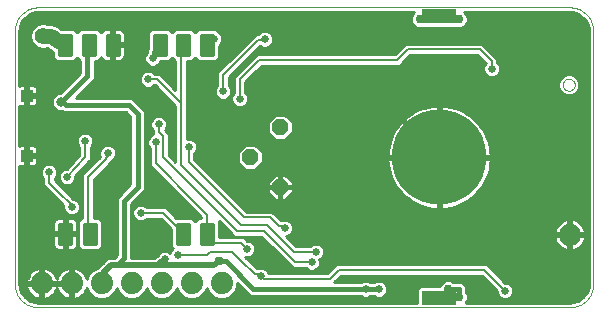
<source format=gbl>
G75*
%MOIN*%
%OFA0B0*%
%FSLAX24Y24*%
%IPPOS*%
%LPD*%
%AMOC8*
5,1,8,0,0,1.08239X$1,22.5*
%
%ADD10C,0.0010*%
%ADD11OC8,0.0520*%
%ADD12C,0.0560*%
%ADD13C,0.0000*%
%ADD14C,0.0740*%
%ADD15C,0.3150*%
%ADD16R,0.1181X0.0500*%
%ADD17R,0.0394X0.0394*%
%ADD18C,0.0100*%
%ADD19C,0.0317*%
%ADD20C,0.0310*%
%ADD21C,0.0250*%
%ADD22C,0.0200*%
%ADD23C,0.0160*%
%ADD24C,0.0180*%
%ADD25C,0.0080*%
%ADD26C,0.0270*%
%ADD27C,0.0280*%
%ADD28C,0.0500*%
%ADD29C,0.0300*%
D10*
X000937Y002139D02*
X013750Y002139D01*
X014950Y002139D01*
X018654Y002139D01*
X018708Y002141D01*
X018761Y002146D01*
X018814Y002155D01*
X018866Y002168D01*
X018918Y002184D01*
X018968Y002204D01*
X019016Y002227D01*
X019063Y002254D01*
X019108Y002283D01*
X019151Y002316D01*
X019191Y002351D01*
X019229Y002389D01*
X019264Y002429D01*
X019297Y002472D01*
X019326Y002517D01*
X019353Y002564D01*
X019376Y002612D01*
X019396Y002662D01*
X019412Y002714D01*
X019425Y002766D01*
X019434Y002819D01*
X019439Y002872D01*
X019441Y002926D01*
X019441Y011352D01*
X019439Y011406D01*
X019434Y011459D01*
X019425Y011512D01*
X019412Y011564D01*
X019396Y011616D01*
X019376Y011666D01*
X019353Y011714D01*
X019326Y011761D01*
X019297Y011806D01*
X019264Y011849D01*
X019229Y011889D01*
X019191Y011927D01*
X019151Y011962D01*
X019108Y011995D01*
X019063Y012024D01*
X019016Y012051D01*
X018968Y012074D01*
X018918Y012094D01*
X018866Y012110D01*
X018814Y012123D01*
X018761Y012132D01*
X018708Y012137D01*
X018654Y012139D01*
X014900Y012139D01*
X013700Y012139D01*
X000937Y012139D01*
X000883Y012137D01*
X000830Y012132D01*
X000777Y012123D01*
X000725Y012110D01*
X000673Y012094D01*
X000623Y012074D01*
X000575Y012051D01*
X000528Y012024D01*
X000483Y011995D01*
X000440Y011962D01*
X000400Y011927D01*
X000362Y011889D01*
X000327Y011849D01*
X000294Y011806D01*
X000265Y011761D01*
X000238Y011714D01*
X000215Y011666D01*
X000195Y011616D01*
X000179Y011564D01*
X000166Y011512D01*
X000157Y011459D01*
X000152Y011406D01*
X000150Y011352D01*
X000150Y002926D01*
X000152Y002872D01*
X000157Y002819D01*
X000166Y002766D01*
X000179Y002714D01*
X000195Y002662D01*
X000215Y002612D01*
X000238Y002564D01*
X000265Y002517D01*
X000294Y002472D01*
X000327Y002429D01*
X000362Y002389D01*
X000400Y002351D01*
X000440Y002316D01*
X000483Y002283D01*
X000528Y002254D01*
X000575Y002227D01*
X000623Y002204D01*
X000673Y002184D01*
X000725Y002168D01*
X000777Y002155D01*
X000830Y002146D01*
X000883Y002141D01*
X000937Y002139D01*
D11*
X009008Y006139D03*
X008008Y007139D03*
X009008Y008139D03*
D12*
X001100Y011189D03*
D13*
X018420Y009560D02*
X018422Y009588D01*
X018428Y009615D01*
X018437Y009641D01*
X018450Y009666D01*
X018467Y009689D01*
X018486Y009709D01*
X018508Y009726D01*
X018532Y009740D01*
X018558Y009750D01*
X018585Y009757D01*
X018613Y009760D01*
X018641Y009759D01*
X018668Y009754D01*
X018695Y009745D01*
X018720Y009733D01*
X018743Y009718D01*
X018764Y009699D01*
X018782Y009678D01*
X018797Y009654D01*
X018808Y009628D01*
X018816Y009602D01*
X018820Y009574D01*
X018820Y009546D01*
X018816Y009518D01*
X018808Y009492D01*
X018797Y009466D01*
X018782Y009442D01*
X018764Y009421D01*
X018743Y009402D01*
X018720Y009387D01*
X018695Y009375D01*
X018668Y009366D01*
X018641Y009361D01*
X018613Y009360D01*
X018585Y009363D01*
X018558Y009370D01*
X018532Y009380D01*
X018508Y009394D01*
X018486Y009411D01*
X018467Y009431D01*
X018450Y009454D01*
X018437Y009479D01*
X018428Y009505D01*
X018422Y009532D01*
X018420Y009560D01*
D14*
X018654Y004560D03*
X007050Y002939D03*
X006050Y002939D03*
X005050Y002939D03*
X004050Y002939D03*
X003050Y002939D03*
X002050Y002939D03*
X001050Y002939D03*
D15*
X014300Y007139D03*
D16*
X014300Y011839D03*
X014300Y002439D03*
D17*
X000560Y007189D03*
X000560Y009189D03*
D18*
X000608Y009231D02*
X001506Y009231D01*
X001525Y009251D02*
X001439Y009164D01*
X001392Y009050D01*
X001392Y008928D01*
X001439Y008814D01*
X001525Y008728D01*
X001639Y008681D01*
X001726Y008681D01*
X001802Y008649D01*
X003851Y008649D01*
X004010Y008490D01*
X004010Y006238D01*
X003664Y005893D01*
X003597Y005825D01*
X003560Y005737D01*
X003560Y003888D01*
X003461Y003789D01*
X003300Y003789D01*
X003208Y003751D01*
X003138Y003681D01*
X003138Y003681D01*
X003113Y003656D01*
X003088Y003631D01*
X002936Y003478D01*
X002910Y003459D01*
X002901Y003444D01*
X002895Y003438D01*
X002755Y003380D01*
X002609Y003234D01*
X002549Y003087D01*
X002532Y003139D01*
X002495Y003212D01*
X002447Y003278D01*
X002389Y003336D01*
X002323Y003384D01*
X002250Y003421D01*
X002172Y003446D01*
X002100Y003458D01*
X002100Y002989D01*
X002000Y002989D01*
X002000Y002889D01*
X002100Y002889D01*
X002100Y002421D01*
X002172Y002432D01*
X002250Y002457D01*
X002323Y002494D01*
X002389Y002542D01*
X002447Y002600D01*
X002495Y002667D01*
X002532Y002739D01*
X002549Y002791D01*
X002609Y002645D01*
X002755Y002498D01*
X002947Y002419D01*
X003153Y002419D01*
X003345Y002498D01*
X003491Y002645D01*
X003550Y002787D01*
X003609Y002645D01*
X003755Y002498D01*
X003947Y002419D01*
X004153Y002419D01*
X004345Y002498D01*
X004491Y002645D01*
X004550Y002787D01*
X004609Y002645D01*
X004755Y002498D01*
X004947Y002419D01*
X005153Y002419D01*
X005345Y002498D01*
X005491Y002645D01*
X005550Y002787D01*
X005609Y002645D01*
X005755Y002498D01*
X005947Y002419D01*
X006153Y002419D01*
X006345Y002498D01*
X006491Y002645D01*
X006550Y002787D01*
X006609Y002645D01*
X006755Y002498D01*
X006947Y002419D01*
X007153Y002419D01*
X007345Y002498D01*
X007491Y002645D01*
X007570Y002836D01*
X007570Y002964D01*
X007870Y002647D01*
X007870Y002644D01*
X007935Y002579D01*
X007999Y002512D01*
X008002Y002512D01*
X008005Y002509D01*
X008097Y002509D01*
X008189Y002507D01*
X008192Y002509D01*
X011691Y002509D01*
X011694Y002506D01*
X011795Y002464D01*
X011905Y002464D01*
X012006Y002506D01*
X012009Y002509D01*
X012141Y002509D01*
X012144Y002506D01*
X012245Y002464D01*
X012355Y002464D01*
X012456Y002506D01*
X012533Y002583D01*
X012575Y002684D01*
X012575Y002794D01*
X012533Y002895D01*
X012456Y002972D01*
X012355Y003014D01*
X012245Y003014D01*
X012144Y002972D01*
X012141Y002969D01*
X012009Y002969D01*
X012006Y002972D01*
X011905Y003014D01*
X011795Y003014D01*
X011694Y002972D01*
X011691Y002969D01*
X010799Y002969D01*
X010840Y003010D01*
X011029Y003199D01*
X015721Y003199D01*
X016225Y002695D01*
X016225Y002634D01*
X016267Y002533D01*
X015250Y002533D01*
X015250Y002549D02*
X015204Y002659D01*
X015180Y002683D01*
X015180Y002834D01*
X015045Y002969D01*
X014794Y002969D01*
X014770Y002993D01*
X014660Y003039D01*
X014540Y003039D01*
X014430Y002993D01*
X014346Y002909D01*
X014317Y002839D01*
X013647Y002839D01*
X013559Y002751D01*
X013559Y002294D01*
X000937Y002294D01*
X000838Y002302D01*
X000650Y002363D01*
X000490Y002479D01*
X000374Y002639D01*
X000313Y002828D01*
X000305Y002926D01*
X000305Y006853D01*
X000305Y006852D01*
X000343Y006842D01*
X000512Y006842D01*
X000512Y007141D01*
X000608Y007141D01*
X000608Y006842D01*
X000777Y006842D01*
X000815Y006852D01*
X000849Y006872D01*
X000877Y006900D01*
X000897Y006934D01*
X000907Y006972D01*
X000907Y007141D01*
X000608Y007141D01*
X000608Y007238D01*
X000512Y007238D01*
X000512Y007536D01*
X000343Y007536D01*
X000305Y007526D01*
X000305Y007526D01*
X000305Y008853D01*
X000305Y008852D01*
X000343Y008842D01*
X000512Y008842D01*
X000512Y009141D01*
X000608Y009141D01*
X000608Y008842D01*
X000777Y008842D01*
X000815Y008852D01*
X000849Y008872D01*
X000877Y008900D01*
X000897Y008934D01*
X000907Y008972D01*
X000907Y009141D01*
X000608Y009141D01*
X000608Y009238D01*
X000512Y009238D01*
X000512Y009536D01*
X000343Y009536D01*
X000305Y009526D01*
X000305Y009526D01*
X000305Y011352D01*
X000313Y011451D01*
X000374Y011639D01*
X000490Y011799D01*
X000650Y011915D01*
X000838Y011976D01*
X000937Y011984D01*
X013471Y011984D01*
X013396Y011909D01*
X013350Y011799D01*
X013350Y011679D01*
X013396Y011569D01*
X013480Y011485D01*
X013590Y011439D01*
X015010Y011439D01*
X015120Y011485D01*
X015204Y011569D01*
X015250Y011679D01*
X015250Y011799D01*
X015204Y011909D01*
X015129Y011984D01*
X018654Y011984D01*
X018753Y011976D01*
X018941Y011915D01*
X019101Y011799D01*
X019217Y011639D01*
X019279Y011451D01*
X019286Y011352D01*
X019286Y002926D01*
X019279Y002828D01*
X019217Y002639D01*
X019101Y002479D01*
X018941Y002363D01*
X018753Y002302D01*
X018654Y002294D01*
X015179Y002294D01*
X015204Y002319D01*
X015250Y002429D01*
X015250Y002549D01*
X015216Y002632D02*
X016226Y002632D01*
X016190Y002730D02*
X015180Y002730D01*
X015180Y002829D02*
X016092Y002829D01*
X015993Y002927D02*
X015087Y002927D01*
X014692Y003026D02*
X015895Y003026D01*
X015796Y003124D02*
X010954Y003124D01*
X010855Y003026D02*
X014508Y003026D01*
X014364Y002927D02*
X012501Y002927D01*
X012561Y002829D02*
X013637Y002829D01*
X013559Y002730D02*
X012575Y002730D01*
X012553Y002632D02*
X013559Y002632D01*
X013559Y002533D02*
X012483Y002533D01*
X013559Y002435D02*
X007191Y002435D01*
X007379Y002533D02*
X007978Y002533D01*
X007882Y002632D02*
X007478Y002632D01*
X007526Y002730D02*
X007792Y002730D01*
X007698Y002829D02*
X007567Y002829D01*
X007570Y002927D02*
X007605Y002927D01*
X006721Y002533D02*
X006379Y002533D01*
X006478Y002632D02*
X006622Y002632D01*
X006574Y002730D02*
X006526Y002730D01*
X006191Y002435D02*
X006909Y002435D01*
X005909Y002435D02*
X005191Y002435D01*
X005379Y002533D02*
X005721Y002533D01*
X005622Y002632D02*
X005478Y002632D01*
X005526Y002730D02*
X005574Y002730D01*
X004909Y002435D02*
X004191Y002435D01*
X004379Y002533D02*
X004721Y002533D01*
X004622Y002632D02*
X004478Y002632D01*
X004526Y002730D02*
X004574Y002730D01*
X003909Y002435D02*
X003191Y002435D01*
X003379Y002533D02*
X003721Y002533D01*
X003622Y002632D02*
X003478Y002632D01*
X003526Y002730D02*
X003574Y002730D01*
X002909Y002435D02*
X002180Y002435D01*
X002100Y002435D02*
X002000Y002435D01*
X002000Y002421D02*
X002000Y002889D01*
X001100Y002889D01*
X001100Y002421D01*
X001172Y002432D01*
X001250Y002457D01*
X001323Y002494D01*
X001389Y002542D01*
X001447Y002600D01*
X001495Y002667D01*
X001532Y002739D01*
X001550Y002795D01*
X001568Y002739D01*
X001605Y002667D01*
X001653Y002600D01*
X001711Y002542D01*
X001777Y002494D01*
X001850Y002457D01*
X001928Y002432D01*
X002000Y002421D01*
X001920Y002435D02*
X001180Y002435D01*
X001100Y002435D02*
X001000Y002435D01*
X001000Y002421D02*
X001000Y002889D01*
X001100Y002889D01*
X001100Y002989D01*
X001569Y002989D01*
X002000Y002989D01*
X002000Y003458D01*
X001928Y003446D01*
X001850Y003421D01*
X001777Y003384D01*
X001711Y003336D01*
X001653Y003278D01*
X001605Y003212D01*
X001568Y003139D01*
X001550Y003083D01*
X001532Y003139D01*
X001495Y003212D01*
X001447Y003278D01*
X001389Y003336D01*
X001323Y003384D01*
X001250Y003421D01*
X001172Y003446D01*
X001100Y003458D01*
X001100Y002989D01*
X001000Y002989D01*
X001000Y002889D01*
X000531Y002889D01*
X000543Y002817D01*
X000568Y002739D01*
X000605Y002667D01*
X000653Y002600D01*
X000711Y002542D01*
X000777Y002494D01*
X000850Y002457D01*
X000928Y002432D01*
X001000Y002421D01*
X000920Y002435D02*
X000552Y002435D01*
X000451Y002533D02*
X000724Y002533D01*
X000631Y002632D02*
X000380Y002632D01*
X000344Y002730D02*
X000573Y002730D01*
X000541Y002829D02*
X000313Y002829D01*
X000305Y002927D02*
X001000Y002927D01*
X001000Y002989D02*
X000531Y002989D01*
X000543Y003061D01*
X000568Y003139D01*
X000605Y003212D01*
X000653Y003278D01*
X000711Y003336D01*
X000777Y003384D01*
X000850Y003421D01*
X000928Y003446D01*
X001000Y003458D01*
X001000Y002989D01*
X001000Y003026D02*
X001100Y003026D01*
X001100Y003124D02*
X001000Y003124D01*
X001000Y003223D02*
X001100Y003223D01*
X001100Y003321D02*
X001000Y003321D01*
X001000Y003420D02*
X001100Y003420D01*
X001252Y003420D02*
X001848Y003420D01*
X002000Y003420D02*
X002100Y003420D01*
X002100Y003321D02*
X002000Y003321D01*
X002000Y003223D02*
X002100Y003223D01*
X002100Y003124D02*
X002000Y003124D01*
X002000Y003026D02*
X002100Y003026D01*
X002000Y002927D02*
X001100Y002927D01*
X001100Y002829D02*
X001000Y002829D01*
X001000Y002730D02*
X001100Y002730D01*
X001100Y002632D02*
X001000Y002632D01*
X001000Y002533D02*
X001100Y002533D01*
X001376Y002533D02*
X001724Y002533D01*
X001631Y002632D02*
X001469Y002632D01*
X001527Y002730D02*
X001573Y002730D01*
X002000Y002730D02*
X002100Y002730D01*
X002100Y002632D02*
X002000Y002632D01*
X002000Y002533D02*
X002100Y002533D01*
X002376Y002533D02*
X002721Y002533D01*
X002622Y002632D02*
X002469Y002632D01*
X002527Y002730D02*
X002574Y002730D01*
X002100Y002829D02*
X002000Y002829D01*
X001563Y003124D02*
X001537Y003124D01*
X001487Y003223D02*
X001613Y003223D01*
X001697Y003321D02*
X001403Y003321D01*
X000848Y003420D02*
X000305Y003420D01*
X000305Y003518D02*
X002975Y003518D01*
X003074Y003617D02*
X000305Y003617D01*
X000305Y003715D02*
X003172Y003715D01*
X003485Y003814D02*
X000305Y003814D01*
X000305Y003912D02*
X003560Y003912D01*
X003560Y004011D02*
X000305Y004011D01*
X000305Y004109D02*
X001491Y004109D01*
X001478Y004122D02*
X001515Y004085D01*
X001561Y004059D01*
X001611Y004045D01*
X001788Y004045D01*
X001788Y004539D01*
X001438Y004539D01*
X001438Y004219D01*
X001451Y004168D01*
X001478Y004122D01*
X001441Y004208D02*
X000305Y004208D01*
X000305Y004306D02*
X001438Y004306D01*
X001438Y004405D02*
X000305Y004405D01*
X000305Y004503D02*
X001438Y004503D01*
X001438Y004639D02*
X001438Y004959D01*
X001451Y005010D01*
X001478Y005055D01*
X001515Y005092D01*
X001561Y005119D01*
X001611Y005132D01*
X001788Y005132D01*
X001788Y004639D01*
X001888Y004639D01*
X001888Y005132D01*
X002064Y005132D01*
X002115Y005119D01*
X002161Y005092D01*
X002198Y005055D01*
X002224Y005010D01*
X002238Y004959D01*
X002238Y004639D01*
X001888Y004639D01*
X001888Y004539D01*
X002238Y004539D01*
X002238Y004219D01*
X002224Y004168D01*
X002198Y004122D01*
X002161Y004085D01*
X002115Y004059D01*
X002064Y004045D01*
X001888Y004045D01*
X001888Y004539D01*
X001788Y004539D01*
X001788Y004639D01*
X001438Y004639D01*
X001438Y004700D02*
X000305Y004700D01*
X000305Y004602D02*
X001788Y004602D01*
X002038Y004932D02*
X002038Y004246D01*
X001638Y004246D01*
X001638Y004932D01*
X002038Y004932D01*
X002038Y004345D02*
X001638Y004345D01*
X001638Y004444D02*
X002038Y004444D01*
X002038Y004543D02*
X001638Y004543D01*
X001638Y004642D02*
X002038Y004642D01*
X002038Y004741D02*
X001638Y004741D01*
X001638Y004840D02*
X002038Y004840D01*
X001888Y004799D02*
X001788Y004799D01*
X001788Y004897D02*
X001888Y004897D01*
X001888Y004996D02*
X001788Y004996D01*
X001788Y005094D02*
X001888Y005094D01*
X001995Y005214D02*
X002105Y005214D01*
X002206Y005256D01*
X002283Y005333D01*
X002325Y005434D01*
X002325Y005544D01*
X002283Y005645D01*
X002206Y005722D01*
X002105Y005764D01*
X002094Y005764D01*
X001679Y006179D01*
X001490Y006368D01*
X001490Y006440D01*
X001533Y006483D01*
X001575Y006584D01*
X001575Y006694D01*
X001533Y006795D01*
X001456Y006872D01*
X001355Y006914D01*
X001245Y006914D01*
X001144Y006872D01*
X001067Y006795D01*
X001025Y006694D01*
X001025Y006584D01*
X001067Y006483D01*
X001110Y006440D01*
X001110Y006210D01*
X001410Y005910D01*
X001775Y005545D01*
X001775Y005544D01*
X001775Y005434D01*
X001817Y005333D01*
X001894Y005256D01*
X001995Y005214D01*
X001859Y005291D02*
X000305Y005291D01*
X000305Y005193D02*
X002410Y005193D01*
X002410Y005132D02*
X002380Y005132D01*
X002263Y005015D01*
X002263Y004162D01*
X002380Y004045D01*
X002945Y004045D01*
X003063Y004162D01*
X003063Y005015D01*
X002945Y005132D01*
X002790Y005132D01*
X002790Y006410D01*
X002879Y006499D01*
X003318Y006938D01*
X003365Y006967D01*
X003372Y006992D01*
X003390Y007010D01*
X003390Y007049D01*
X003406Y007056D01*
X003483Y007133D01*
X003525Y007234D01*
X003525Y007344D01*
X003483Y007445D01*
X003406Y007522D01*
X003305Y007564D01*
X003195Y007564D01*
X003094Y007522D01*
X003017Y007445D01*
X002975Y007344D01*
X002975Y007234D01*
X003005Y007163D01*
X002690Y007163D01*
X002690Y007143D02*
X002690Y007490D01*
X002733Y007533D01*
X002775Y007634D01*
X002775Y007744D01*
X002733Y007845D01*
X002656Y007922D01*
X002555Y007964D01*
X002445Y007964D01*
X002344Y007922D01*
X002267Y007845D01*
X002225Y007744D01*
X002225Y007634D01*
X002267Y007533D01*
X002310Y007490D01*
X002310Y007213D01*
X001895Y006764D01*
X001845Y006764D01*
X001744Y006722D01*
X001667Y006645D01*
X001625Y006544D01*
X001625Y006434D01*
X001667Y006333D01*
X001744Y006256D01*
X001845Y006214D01*
X001955Y006214D01*
X002056Y006256D01*
X002133Y006333D01*
X002175Y006434D01*
X002175Y006507D01*
X002637Y007007D01*
X002690Y007060D01*
X002690Y007065D01*
X002693Y007068D01*
X002690Y007143D01*
X002690Y007064D02*
X002906Y007064D01*
X002808Y006966D02*
X002598Y006966D01*
X002508Y006867D02*
X002709Y006867D01*
X002611Y006769D02*
X002417Y006769D01*
X002326Y006670D02*
X002512Y006670D01*
X002610Y006768D02*
X002410Y006568D01*
X002410Y005132D01*
X002341Y005094D02*
X002158Y005094D01*
X002228Y004996D02*
X002263Y004996D01*
X002263Y004897D02*
X002238Y004897D01*
X002238Y004799D02*
X002263Y004799D01*
X002263Y004700D02*
X002238Y004700D01*
X002263Y004602D02*
X001888Y004602D01*
X001888Y004700D02*
X001788Y004700D01*
X001438Y004799D02*
X000305Y004799D01*
X000305Y004897D02*
X001438Y004897D01*
X001448Y004996D02*
X000305Y004996D01*
X000305Y005094D02*
X001518Y005094D01*
X001794Y005390D02*
X000305Y005390D01*
X000305Y005488D02*
X001775Y005488D01*
X001734Y005587D02*
X000305Y005587D01*
X000305Y005685D02*
X001635Y005685D01*
X001537Y005784D02*
X000305Y005784D01*
X000305Y005882D02*
X001438Y005882D01*
X001340Y005981D02*
X000305Y005981D01*
X000305Y006079D02*
X001241Y006079D01*
X001143Y006178D02*
X000305Y006178D01*
X000305Y006276D02*
X001110Y006276D01*
X001110Y006375D02*
X000305Y006375D01*
X000305Y006473D02*
X001077Y006473D01*
X001030Y006572D02*
X000305Y006572D01*
X000305Y006670D02*
X001025Y006670D01*
X001056Y006769D02*
X000305Y006769D01*
X000512Y006867D02*
X000608Y006867D01*
X000608Y006966D02*
X000512Y006966D01*
X000512Y007064D02*
X000608Y007064D01*
X000608Y007163D02*
X002263Y007163D01*
X002310Y007261D02*
X000907Y007261D01*
X000907Y007238D02*
X000608Y007238D01*
X000608Y007536D01*
X000777Y007536D01*
X000815Y007526D01*
X000849Y007506D01*
X000877Y007478D01*
X000897Y007444D01*
X000907Y007406D01*
X000907Y007238D01*
X000907Y007360D02*
X002310Y007360D01*
X002310Y007458D02*
X000888Y007458D01*
X000608Y007458D02*
X000512Y007458D01*
X000512Y007360D02*
X000608Y007360D01*
X000608Y007261D02*
X000512Y007261D01*
X000305Y007557D02*
X002257Y007557D01*
X002225Y007655D02*
X000305Y007655D01*
X000305Y007754D02*
X002229Y007754D01*
X002274Y007852D02*
X000305Y007852D01*
X000305Y007951D02*
X002413Y007951D01*
X002587Y007951D02*
X004010Y007951D01*
X004010Y008049D02*
X000305Y008049D01*
X000305Y008148D02*
X004010Y008148D01*
X004010Y008246D02*
X000305Y008246D01*
X000305Y008345D02*
X004010Y008345D01*
X004010Y008443D02*
X000305Y008443D01*
X000305Y008542D02*
X003958Y008542D01*
X003860Y008640D02*
X000305Y008640D01*
X000305Y008739D02*
X001514Y008739D01*
X001429Y008837D02*
X000305Y008837D01*
X000512Y008936D02*
X000608Y008936D01*
X000608Y009034D02*
X000512Y009034D01*
X000512Y009133D02*
X000608Y009133D01*
X000608Y009238D02*
X000907Y009238D01*
X000907Y009406D01*
X000897Y009444D01*
X000877Y009478D01*
X000849Y009506D01*
X000815Y009526D01*
X000777Y009536D01*
X000608Y009536D01*
X000608Y009238D01*
X000608Y009330D02*
X000512Y009330D01*
X000512Y009428D02*
X000608Y009428D01*
X000608Y009527D02*
X000512Y009527D01*
X000309Y009527D02*
X000305Y009527D01*
X000305Y009625D02*
X001997Y009625D01*
X002095Y009724D02*
X000305Y009724D01*
X000305Y009822D02*
X002194Y009822D01*
X002292Y009921D02*
X000305Y009921D01*
X000305Y010019D02*
X002335Y010019D01*
X002335Y009964D02*
X001669Y009298D01*
X001639Y009298D01*
X001525Y009251D01*
X001426Y009133D02*
X000907Y009133D01*
X000907Y009034D02*
X001392Y009034D01*
X001392Y008936D02*
X000897Y008936D01*
X000907Y009330D02*
X001701Y009330D01*
X001800Y009428D02*
X000901Y009428D01*
X000811Y009527D02*
X001898Y009527D01*
X002281Y009231D02*
X005139Y009231D01*
X005041Y009330D02*
X002380Y009330D01*
X002478Y009428D02*
X004942Y009428D01*
X004844Y009527D02*
X004776Y009527D01*
X004756Y009506D02*
X004799Y009549D01*
X004821Y009549D01*
X005510Y008860D01*
X005510Y006998D01*
X005290Y007218D01*
X005290Y007918D01*
X005179Y008029D01*
X005154Y008054D01*
X005183Y008083D01*
X005225Y008184D01*
X005225Y008294D01*
X005183Y008395D01*
X005106Y008472D01*
X005005Y008514D01*
X004895Y008514D01*
X004794Y008472D01*
X004717Y008395D01*
X004675Y008294D01*
X004675Y008184D01*
X004717Y008083D01*
X004760Y008040D01*
X004760Y007910D01*
X004768Y007903D01*
X004694Y007872D01*
X004617Y007795D01*
X004575Y007694D01*
X004575Y007584D01*
X004617Y007483D01*
X004660Y007440D01*
X004660Y006860D01*
X005910Y005610D01*
X006372Y005148D01*
X006372Y005133D01*
X006279Y005133D01*
X006169Y005022D01*
X006058Y005133D01*
X005525Y005133D01*
X005290Y005368D01*
X005179Y005479D01*
X004549Y005479D01*
X004506Y005522D01*
X004405Y005564D01*
X004295Y005564D01*
X004194Y005522D01*
X004117Y005445D01*
X004075Y005344D01*
X004075Y005234D01*
X004117Y005133D01*
X004194Y005056D01*
X004295Y005014D01*
X004405Y005014D01*
X004506Y005056D01*
X004549Y005099D01*
X005021Y005099D01*
X005375Y004746D01*
X005375Y004163D01*
X005430Y004108D01*
X005367Y004045D01*
X005328Y003950D01*
X005306Y003972D01*
X005205Y004014D01*
X005095Y004014D01*
X004994Y003972D01*
X004917Y003895D01*
X004903Y003862D01*
X004812Y003789D01*
X004040Y003789D01*
X004040Y005590D01*
X004453Y006003D01*
X004490Y006091D01*
X004490Y008637D01*
X004453Y008725D01*
X004386Y008793D01*
X004086Y009093D01*
X003998Y009129D01*
X002179Y009129D01*
X002779Y009728D01*
X002815Y009817D01*
X002815Y010345D01*
X002908Y010345D01*
X003025Y010462D01*
X003025Y010472D01*
X003026Y010468D01*
X003053Y010422D01*
X003090Y010385D01*
X003135Y010359D01*
X003186Y010345D01*
X003363Y010345D01*
X003363Y010839D01*
X003463Y010839D01*
X003463Y010939D01*
X003813Y010939D01*
X003813Y011259D01*
X003799Y011310D01*
X003773Y011355D01*
X003735Y011392D01*
X003690Y011419D01*
X003639Y011432D01*
X003463Y011432D01*
X003463Y010939D01*
X003363Y010939D01*
X003363Y011432D01*
X003186Y011432D01*
X003135Y011419D01*
X003090Y011392D01*
X003053Y011355D01*
X003026Y011310D01*
X003025Y011306D01*
X003025Y011315D01*
X002908Y011432D01*
X002342Y011432D01*
X002231Y011322D01*
X002121Y011432D01*
X001708Y011432D01*
X001708Y011432D01*
X001623Y011493D01*
X001396Y011579D01*
X001245Y011594D01*
X001186Y011619D01*
X001014Y011619D01*
X000856Y011554D01*
X000735Y011433D01*
X000670Y011275D01*
X000670Y011104D01*
X000735Y010946D01*
X000856Y010825D01*
X001014Y010759D01*
X001186Y010759D01*
X001238Y010781D01*
X001268Y010763D01*
X001319Y010727D01*
X001336Y010723D01*
X001438Y010662D01*
X001438Y010462D01*
X001555Y010345D01*
X002121Y010345D01*
X002231Y010456D01*
X002335Y010352D01*
X002335Y009964D01*
X002335Y010118D02*
X000305Y010118D01*
X000305Y010216D02*
X002335Y010216D01*
X002335Y010315D02*
X000305Y010315D01*
X000305Y010413D02*
X001487Y010413D01*
X001438Y010512D02*
X000305Y010512D01*
X000305Y010610D02*
X001438Y010610D01*
X001359Y010709D02*
X000305Y010709D01*
X000305Y010807D02*
X000899Y010807D01*
X000775Y010906D02*
X000305Y010906D01*
X000305Y011004D02*
X000711Y011004D01*
X000670Y011103D02*
X000305Y011103D01*
X000305Y011201D02*
X000670Y011201D01*
X000680Y011300D02*
X000305Y011300D01*
X000309Y011398D02*
X000721Y011398D01*
X000799Y011497D02*
X000328Y011497D01*
X000360Y011595D02*
X000957Y011595D01*
X001243Y011595D02*
X013385Y011595D01*
X013350Y011694D02*
X000414Y011694D01*
X000374Y011639D02*
X000374Y011639D01*
X000485Y011792D02*
X013350Y011792D01*
X013388Y011891D02*
X000617Y011891D01*
X001614Y011497D02*
X013468Y011497D01*
X013171Y010929D02*
X012821Y010579D01*
X008221Y010579D01*
X007921Y010279D01*
X007460Y009818D01*
X007460Y009288D01*
X007417Y009245D01*
X007375Y009144D01*
X007375Y009034D01*
X005890Y009034D01*
X005890Y008936D02*
X007416Y008936D01*
X007417Y008933D02*
X007494Y008856D01*
X007595Y008814D01*
X007705Y008814D01*
X007806Y008856D01*
X007883Y008933D01*
X007925Y009034D01*
X019286Y009034D01*
X019286Y008936D02*
X007884Y008936D01*
X007925Y009034D02*
X007925Y009144D01*
X007883Y009245D01*
X007840Y009288D01*
X007840Y009660D01*
X008190Y010010D01*
X008379Y010199D01*
X012979Y010199D01*
X013090Y010310D01*
X013329Y010549D01*
X015571Y010549D01*
X015846Y010274D01*
X015817Y010245D01*
X015775Y010144D01*
X015775Y010034D01*
X015817Y009933D01*
X015894Y009856D01*
X015995Y009814D01*
X016105Y009814D01*
X016206Y009856D01*
X016283Y009933D01*
X016325Y010034D01*
X016325Y010144D01*
X016283Y010245D01*
X016240Y010288D01*
X016240Y010418D01*
X015840Y010818D01*
X015729Y010929D01*
X013171Y010929D01*
X013148Y010906D02*
X008715Y010906D01*
X008723Y010913D02*
X008765Y011014D01*
X008765Y011124D01*
X008723Y011225D01*
X008646Y011302D01*
X008545Y011344D01*
X008435Y011344D01*
X008334Y011302D01*
X008282Y011250D01*
X008266Y011249D01*
X008191Y011249D01*
X008188Y011246D01*
X008183Y011245D01*
X008133Y011190D01*
X008071Y011129D01*
X007321Y010379D01*
X006910Y009968D01*
X006910Y009538D01*
X006867Y009495D01*
X006825Y009394D01*
X006825Y009284D01*
X006867Y009183D01*
X006944Y009106D01*
X007045Y009064D01*
X007155Y009064D01*
X007256Y009106D01*
X007333Y009183D01*
X007375Y009284D01*
X007375Y009394D01*
X007333Y009495D01*
X007290Y009538D01*
X007290Y009810D01*
X007590Y010110D01*
X008325Y010845D01*
X008334Y010836D01*
X008435Y010794D01*
X008545Y010794D01*
X008646Y010836D01*
X008723Y010913D01*
X008761Y011004D02*
X019286Y011004D01*
X019286Y010906D02*
X015752Y010906D01*
X015851Y010807D02*
X019286Y010807D01*
X019286Y010709D02*
X015949Y010709D01*
X016048Y010610D02*
X019286Y010610D01*
X019286Y010512D02*
X016146Y010512D01*
X016240Y010413D02*
X019286Y010413D01*
X019286Y010315D02*
X016240Y010315D01*
X016295Y010216D02*
X019286Y010216D01*
X019286Y010118D02*
X016325Y010118D01*
X016319Y010019D02*
X019286Y010019D01*
X019286Y009921D02*
X016270Y009921D01*
X016124Y009822D02*
X018387Y009822D01*
X018422Y009857D02*
X018323Y009759D01*
X018270Y009630D01*
X018270Y009491D01*
X018323Y009362D01*
X018422Y009264D01*
X018550Y009210D01*
X018690Y009210D01*
X018818Y009264D01*
X018917Y009362D01*
X018970Y009491D01*
X018970Y009630D01*
X018917Y009759D01*
X018818Y009857D01*
X018690Y009910D01*
X018550Y009910D01*
X018422Y009857D01*
X018309Y009724D02*
X007903Y009724D01*
X007840Y009625D02*
X018270Y009625D01*
X018270Y009527D02*
X007840Y009527D01*
X007840Y009428D02*
X018296Y009428D01*
X018356Y009330D02*
X007840Y009330D01*
X007889Y009231D02*
X018500Y009231D01*
X018740Y009231D02*
X019286Y009231D01*
X019286Y009133D02*
X007925Y009133D01*
X007460Y009330D02*
X007375Y009330D01*
X007361Y009428D02*
X007460Y009428D01*
X007460Y009527D02*
X007301Y009527D01*
X007290Y009625D02*
X007460Y009625D01*
X007460Y009724D02*
X007290Y009724D01*
X007302Y009822D02*
X007464Y009822D01*
X007400Y009921D02*
X007563Y009921D01*
X007499Y010019D02*
X007661Y010019D01*
X007597Y010118D02*
X007760Y010118D01*
X007696Y010216D02*
X007858Y010216D01*
X007794Y010315D02*
X007957Y010315D01*
X007893Y010413D02*
X008055Y010413D01*
X007991Y010512D02*
X008154Y010512D01*
X008090Y010610D02*
X012852Y010610D01*
X012951Y010709D02*
X008188Y010709D01*
X008287Y010807D02*
X008404Y010807D01*
X008576Y010807D02*
X013049Y010807D01*
X013291Y010512D02*
X015609Y010512D01*
X015707Y010413D02*
X013193Y010413D01*
X013094Y010315D02*
X015806Y010315D01*
X015805Y010216D02*
X012996Y010216D01*
X015132Y011497D02*
X019264Y011497D01*
X019283Y011398D02*
X006879Y011398D01*
X006845Y011432D02*
X006955Y011323D01*
X006956Y011322D01*
X007033Y011245D01*
X007075Y011144D01*
X007075Y011034D01*
X007033Y010933D01*
X006962Y010862D01*
X006962Y010462D01*
X006845Y010345D01*
X006279Y010345D01*
X006169Y010456D01*
X006058Y010345D01*
X005890Y010345D01*
X005890Y007762D01*
X005895Y007764D01*
X006005Y007764D01*
X006106Y007722D01*
X006183Y007645D01*
X006225Y007544D01*
X006225Y007434D01*
X006183Y007333D01*
X006140Y007290D01*
X006140Y007068D01*
X006490Y006718D01*
X007879Y005329D01*
X008729Y005329D01*
X009023Y005034D01*
X009095Y005064D01*
X009205Y005064D01*
X009306Y005022D01*
X009383Y004945D01*
X009425Y004844D01*
X009425Y004734D01*
X009383Y004633D01*
X009306Y004556D01*
X009205Y004514D01*
X009194Y004514D01*
X009529Y004179D01*
X010001Y004179D01*
X010044Y004222D01*
X010145Y004264D01*
X010255Y004264D01*
X010356Y004222D01*
X010433Y004145D01*
X010475Y004044D01*
X010475Y003934D01*
X010433Y003833D01*
X010356Y003756D01*
X010308Y003736D01*
X010325Y003694D01*
X010325Y003584D01*
X010283Y003483D01*
X010206Y003406D01*
X010105Y003364D01*
X009995Y003364D01*
X009894Y003406D01*
X009851Y003449D01*
X009421Y003449D01*
X009160Y003710D01*
X008760Y004110D01*
X008371Y004499D01*
X007471Y004499D01*
X007360Y004610D01*
X007360Y004610D01*
X006962Y005008D01*
X006962Y004479D01*
X007779Y004479D01*
X007894Y004364D01*
X007955Y004364D01*
X008056Y004322D01*
X008133Y004245D01*
X008175Y004144D01*
X008175Y004034D01*
X008133Y003933D01*
X008056Y003856D01*
X007955Y003814D01*
X007845Y003814D01*
X007843Y003815D01*
X008223Y003434D01*
X008295Y003464D01*
X008405Y003464D01*
X008506Y003422D01*
X008583Y003345D01*
X008610Y003279D01*
X010571Y003279D01*
X010760Y003468D01*
X010871Y003579D01*
X015879Y003579D01*
X015990Y003468D01*
X015990Y003468D01*
X016494Y002964D01*
X016555Y002964D01*
X016656Y002922D01*
X016733Y002845D01*
X016775Y002744D01*
X016775Y002634D01*
X016733Y002533D01*
X019140Y002533D01*
X019212Y002632D02*
X016774Y002632D01*
X016775Y002730D02*
X019247Y002730D01*
X019279Y002829D02*
X016740Y002829D01*
X016644Y002927D02*
X019286Y002927D01*
X019286Y003026D02*
X016432Y003026D01*
X016334Y003124D02*
X019286Y003124D01*
X019286Y003223D02*
X016235Y003223D01*
X016137Y003321D02*
X019286Y003321D01*
X019286Y003420D02*
X016038Y003420D01*
X015940Y003518D02*
X019286Y003518D01*
X019286Y003617D02*
X010325Y003617D01*
X010316Y003715D02*
X019286Y003715D01*
X019286Y003814D02*
X010413Y003814D01*
X010466Y003912D02*
X019286Y003912D01*
X019286Y004011D02*
X010475Y004011D01*
X010448Y004109D02*
X018394Y004109D01*
X018381Y004116D02*
X018454Y004078D01*
X018532Y004053D01*
X018604Y004042D01*
X018604Y004510D01*
X018704Y004510D01*
X018704Y004042D01*
X018776Y004053D01*
X018854Y004078D01*
X018926Y004116D01*
X018993Y004164D01*
X019051Y004222D01*
X019099Y004288D01*
X019136Y004361D01*
X019161Y004439D01*
X019172Y004510D01*
X018704Y004510D01*
X018704Y004610D01*
X019172Y004610D01*
X019161Y004682D01*
X019136Y004760D01*
X019099Y004833D01*
X019051Y004899D01*
X018993Y004957D01*
X018926Y005005D01*
X018854Y005042D01*
X018776Y005068D01*
X018704Y005079D01*
X018704Y004610D01*
X018604Y004610D01*
X018604Y004510D01*
X018135Y004510D01*
X018147Y004439D01*
X018172Y004361D01*
X018209Y004288D01*
X018257Y004222D01*
X018315Y004164D01*
X018381Y004116D01*
X018271Y004208D02*
X010370Y004208D01*
X010030Y004208D02*
X009500Y004208D01*
X009402Y004306D02*
X018200Y004306D01*
X018158Y004405D02*
X009303Y004405D01*
X009205Y004503D02*
X018137Y004503D01*
X018135Y004610D02*
X018604Y004610D01*
X018604Y005079D01*
X018532Y005068D01*
X018454Y005042D01*
X018381Y005005D01*
X018315Y004957D01*
X018257Y004899D01*
X018209Y004833D01*
X018172Y004760D01*
X018147Y004682D01*
X018135Y004610D01*
X018153Y004700D02*
X009411Y004700D01*
X009425Y004799D02*
X018192Y004799D01*
X018256Y004897D02*
X009403Y004897D01*
X009332Y004996D02*
X018368Y004996D01*
X018604Y004996D02*
X018704Y004996D01*
X018704Y004897D02*
X018604Y004897D01*
X018604Y004799D02*
X018704Y004799D01*
X018704Y004700D02*
X018604Y004700D01*
X018604Y004602D02*
X009351Y004602D01*
X008663Y004208D02*
X008149Y004208D01*
X008175Y004109D02*
X008761Y004109D01*
X008860Y004011D02*
X008165Y004011D01*
X008112Y003912D02*
X008958Y003912D01*
X009057Y003814D02*
X007844Y003814D01*
X007943Y003715D02*
X009155Y003715D01*
X009254Y003617D02*
X008041Y003617D01*
X008100Y003739D02*
X008250Y003589D01*
X008140Y003518D02*
X009352Y003518D01*
X009881Y003420D02*
X008508Y003420D01*
X008593Y003321D02*
X010613Y003321D01*
X010712Y003420D02*
X010219Y003420D01*
X010298Y003518D02*
X010810Y003518D01*
X008564Y004306D02*
X008072Y004306D01*
X007853Y004405D02*
X008466Y004405D01*
X007467Y004503D02*
X006962Y004503D01*
X006962Y004602D02*
X007369Y004602D01*
X007270Y004700D02*
X006962Y004700D01*
X006962Y004799D02*
X007172Y004799D01*
X007073Y004897D02*
X006962Y004897D01*
X006962Y004996D02*
X006975Y004996D01*
X006762Y004932D02*
X006762Y004246D01*
X006362Y004246D01*
X006362Y004932D01*
X006762Y004932D01*
X006762Y004345D02*
X006362Y004345D01*
X006362Y004444D02*
X006762Y004444D01*
X006762Y004543D02*
X006362Y004543D01*
X006362Y004642D02*
X006762Y004642D01*
X006762Y004741D02*
X006362Y004741D01*
X006362Y004840D02*
X006762Y004840D01*
X006240Y005094D02*
X006097Y005094D01*
X006328Y005193D02*
X005465Y005193D01*
X005367Y005291D02*
X006229Y005291D01*
X006131Y005390D02*
X005268Y005390D01*
X005026Y005094D02*
X004544Y005094D01*
X004156Y005094D02*
X004040Y005094D01*
X004040Y004996D02*
X005125Y004996D01*
X005223Y004897D02*
X004040Y004897D01*
X004040Y004799D02*
X005322Y004799D01*
X005375Y004700D02*
X004040Y004700D01*
X004040Y004602D02*
X005375Y004602D01*
X005375Y004503D02*
X004040Y004503D01*
X004040Y004405D02*
X005375Y004405D01*
X005375Y004306D02*
X004040Y004306D01*
X004040Y004208D02*
X005375Y004208D01*
X005429Y004109D02*
X004040Y004109D01*
X004040Y004011D02*
X005087Y004011D01*
X005213Y004011D02*
X005353Y004011D01*
X004934Y003912D02*
X004040Y003912D01*
X004040Y003814D02*
X004843Y003814D01*
X003560Y004109D02*
X003010Y004109D01*
X003063Y004208D02*
X003560Y004208D01*
X003560Y004306D02*
X003063Y004306D01*
X003063Y004405D02*
X003560Y004405D01*
X003560Y004503D02*
X003063Y004503D01*
X003063Y004602D02*
X003560Y004602D01*
X003560Y004700D02*
X003063Y004700D01*
X003063Y004799D02*
X003560Y004799D01*
X003560Y004897D02*
X003063Y004897D01*
X003063Y004996D02*
X003560Y004996D01*
X003560Y005094D02*
X002984Y005094D01*
X002790Y005193D02*
X003560Y005193D01*
X003560Y005291D02*
X002790Y005291D01*
X002790Y005390D02*
X003560Y005390D01*
X003560Y005488D02*
X002790Y005488D01*
X002790Y005587D02*
X003560Y005587D01*
X003560Y005685D02*
X002790Y005685D01*
X002790Y005784D02*
X003579Y005784D01*
X003654Y005882D02*
X002790Y005882D01*
X002790Y005981D02*
X003752Y005981D01*
X003851Y006079D02*
X002790Y006079D01*
X002790Y006178D02*
X003949Y006178D01*
X004010Y006276D02*
X002790Y006276D01*
X002790Y006375D02*
X004010Y006375D01*
X004010Y006473D02*
X002853Y006473D01*
X002951Y006572D02*
X004010Y006572D01*
X004010Y006670D02*
X003050Y006670D01*
X003148Y006769D02*
X004010Y006769D01*
X004010Y006867D02*
X003247Y006867D01*
X003363Y006966D02*
X004010Y006966D01*
X004010Y007064D02*
X003414Y007064D01*
X003495Y007163D02*
X004010Y007163D01*
X004010Y007261D02*
X003525Y007261D01*
X003518Y007360D02*
X004010Y007360D01*
X004010Y007458D02*
X003470Y007458D01*
X003323Y007557D02*
X004010Y007557D01*
X004010Y007655D02*
X002775Y007655D01*
X002771Y007754D02*
X004010Y007754D01*
X004010Y007852D02*
X002726Y007852D01*
X002743Y007557D02*
X003177Y007557D01*
X003030Y007458D02*
X002690Y007458D01*
X002690Y007360D02*
X002982Y007360D01*
X002975Y007261D02*
X002690Y007261D01*
X003005Y007163D02*
X002610Y006768D01*
X002414Y006572D02*
X002235Y006572D01*
X002175Y006473D02*
X002410Y006473D01*
X002410Y006375D02*
X002150Y006375D01*
X002076Y006276D02*
X002410Y006276D01*
X002410Y006178D02*
X001680Y006178D01*
X001724Y006276D02*
X001582Y006276D01*
X001650Y006375D02*
X001490Y006375D01*
X001523Y006473D02*
X001625Y006473D01*
X001637Y006572D02*
X001570Y006572D01*
X001575Y006670D02*
X001692Y006670D01*
X001544Y006769D02*
X001899Y006769D01*
X001990Y006867D02*
X001461Y006867D01*
X001139Y006867D02*
X000840Y006867D01*
X000905Y006966D02*
X002081Y006966D01*
X002172Y007064D02*
X000907Y007064D01*
X001779Y006079D02*
X002410Y006079D01*
X002410Y005981D02*
X001877Y005981D01*
X001976Y005882D02*
X002410Y005882D01*
X002410Y005784D02*
X002074Y005784D01*
X002243Y005685D02*
X002410Y005685D01*
X002410Y005587D02*
X002307Y005587D01*
X002325Y005488D02*
X002410Y005488D01*
X002410Y005390D02*
X002306Y005390D01*
X002241Y005291D02*
X002410Y005291D01*
X002863Y004932D02*
X002863Y004246D01*
X002463Y004246D01*
X002463Y004932D01*
X002863Y004932D01*
X002863Y004345D02*
X002463Y004345D01*
X002463Y004444D02*
X002863Y004444D01*
X002863Y004543D02*
X002463Y004543D01*
X002463Y004642D02*
X002863Y004642D01*
X002863Y004741D02*
X002463Y004741D01*
X002463Y004840D02*
X002863Y004840D01*
X002263Y004503D02*
X002238Y004503D01*
X002238Y004405D02*
X002263Y004405D01*
X002263Y004306D02*
X002238Y004306D01*
X002235Y004208D02*
X002263Y004208D01*
X002316Y004109D02*
X002185Y004109D01*
X001888Y004109D02*
X001788Y004109D01*
X001788Y004208D02*
X001888Y004208D01*
X001888Y004306D02*
X001788Y004306D01*
X001788Y004405D02*
X001888Y004405D01*
X001888Y004503D02*
X001788Y004503D01*
X003400Y003539D02*
X003550Y003539D01*
X002851Y003420D02*
X002252Y003420D01*
X002403Y003321D02*
X002697Y003321D01*
X002605Y003223D02*
X002487Y003223D01*
X002537Y003124D02*
X002564Y003124D01*
X000697Y003321D02*
X000305Y003321D01*
X000305Y003223D02*
X000613Y003223D01*
X000563Y003124D02*
X000305Y003124D01*
X000305Y003026D02*
X000537Y003026D01*
X000733Y002336D02*
X013559Y002336D01*
X014300Y002439D02*
X014300Y002489D01*
X014650Y002489D01*
X014300Y002489D01*
X014300Y002439D01*
X015211Y002336D02*
X018858Y002336D01*
X019040Y002435D02*
X016604Y002435D01*
X016555Y002414D02*
X016656Y002456D01*
X016733Y002533D01*
X016555Y002414D02*
X016445Y002414D01*
X016344Y002456D01*
X016267Y002533D01*
X016396Y002435D02*
X015250Y002435D01*
X018604Y004109D02*
X018704Y004109D01*
X018704Y004208D02*
X018604Y004208D01*
X018604Y004306D02*
X018704Y004306D01*
X018704Y004405D02*
X018604Y004405D01*
X018604Y004503D02*
X018704Y004503D01*
X018704Y004602D02*
X019286Y004602D01*
X019286Y004700D02*
X019155Y004700D01*
X019116Y004799D02*
X019286Y004799D01*
X019286Y004897D02*
X019052Y004897D01*
X018940Y004996D02*
X019286Y004996D01*
X019286Y005094D02*
X008964Y005094D01*
X008865Y005193D02*
X019286Y005193D01*
X019286Y005291D02*
X008767Y005291D01*
X008838Y005729D02*
X008978Y005729D01*
X008978Y006109D01*
X008598Y006109D01*
X008598Y005969D01*
X008838Y005729D01*
X008784Y005784D02*
X007424Y005784D01*
X007326Y005882D02*
X008685Y005882D01*
X008598Y005981D02*
X007227Y005981D01*
X007129Y006079D02*
X008598Y006079D01*
X008598Y006169D02*
X008978Y006169D01*
X008978Y006109D01*
X009038Y006109D01*
X009038Y005729D01*
X009178Y005729D01*
X009418Y005969D01*
X009418Y006109D01*
X009038Y006109D01*
X009038Y006169D01*
X008978Y006169D01*
X008978Y006549D01*
X008838Y006549D01*
X008598Y006309D01*
X008598Y006169D01*
X008598Y006178D02*
X007030Y006178D01*
X006932Y006276D02*
X008598Y006276D01*
X008664Y006375D02*
X006833Y006375D01*
X006735Y006473D02*
X008762Y006473D01*
X008978Y006473D02*
X009038Y006473D01*
X009038Y006549D02*
X009178Y006549D01*
X009418Y006309D01*
X009418Y006169D01*
X009038Y006169D01*
X009038Y006549D01*
X009254Y006473D02*
X012707Y006473D01*
X012705Y006478D02*
X012769Y006342D01*
X012844Y006211D01*
X012930Y006088D01*
X013027Y005973D01*
X013134Y005866D01*
X013249Y005769D01*
X013372Y005683D01*
X013503Y005608D01*
X013639Y005544D01*
X013781Y005493D01*
X013926Y005454D01*
X014075Y005427D01*
X014225Y005414D01*
X014250Y005414D01*
X014250Y007089D01*
X014350Y007089D01*
X014350Y005414D01*
X014375Y005414D01*
X014525Y005427D01*
X014674Y005454D01*
X014819Y005493D01*
X014961Y005544D01*
X015097Y005608D01*
X015228Y005683D01*
X015351Y005769D01*
X015466Y005866D01*
X015573Y005973D01*
X015670Y006088D01*
X015756Y006211D01*
X015831Y006342D01*
X015895Y006478D01*
X015947Y006620D01*
X015986Y006765D01*
X016012Y006914D01*
X016025Y007064D01*
X019286Y007064D01*
X019286Y006966D02*
X016016Y006966D01*
X016025Y007064D02*
X016025Y007089D01*
X014350Y007089D01*
X014350Y007189D01*
X016025Y007189D01*
X016025Y007214D01*
X016012Y007364D01*
X015986Y007513D01*
X015947Y007658D01*
X015895Y007800D01*
X015831Y007936D01*
X015756Y008067D01*
X015670Y008190D01*
X015573Y008305D01*
X015466Y008412D01*
X015351Y008509D01*
X015228Y008595D01*
X015097Y008670D01*
X014961Y008734D01*
X014819Y008786D01*
X014674Y008825D01*
X014525Y008851D01*
X014375Y008864D01*
X014350Y008864D01*
X014350Y007189D01*
X014250Y007189D01*
X014250Y007089D01*
X012575Y007089D01*
X012575Y007064D01*
X008418Y007064D01*
X008418Y006969D02*
X008178Y006729D01*
X007838Y006729D01*
X007598Y006969D01*
X007598Y007309D01*
X007838Y007549D01*
X008178Y007549D01*
X008418Y007309D01*
X008418Y006969D01*
X008415Y006966D02*
X012584Y006966D01*
X012588Y006914D02*
X012614Y006765D01*
X012653Y006620D01*
X012705Y006478D01*
X012671Y006572D02*
X006636Y006572D01*
X006538Y006670D02*
X012640Y006670D01*
X012614Y006769D02*
X008218Y006769D01*
X008316Y006867D02*
X012597Y006867D01*
X012588Y006914D02*
X012575Y007064D01*
X012575Y007189D02*
X014250Y007189D01*
X014250Y008864D01*
X014225Y008864D01*
X014075Y008851D01*
X013926Y008825D01*
X013781Y008786D01*
X013639Y008734D01*
X013503Y008670D01*
X013372Y008595D01*
X013249Y008509D01*
X013134Y008412D01*
X013027Y008305D01*
X012930Y008190D01*
X012844Y008067D01*
X012769Y007936D01*
X012705Y007800D01*
X012653Y007658D01*
X012614Y007513D01*
X012588Y007364D01*
X012575Y007214D01*
X012575Y007189D01*
X012579Y007261D02*
X008418Y007261D01*
X008418Y007163D02*
X014250Y007163D01*
X014250Y007261D02*
X014350Y007261D01*
X014350Y007163D02*
X019286Y007163D01*
X019286Y007261D02*
X016021Y007261D01*
X016012Y007360D02*
X019286Y007360D01*
X019286Y007458D02*
X015995Y007458D01*
X015974Y007557D02*
X019286Y007557D01*
X019286Y007655D02*
X015947Y007655D01*
X015912Y007754D02*
X019286Y007754D01*
X019286Y007852D02*
X015871Y007852D01*
X015823Y007951D02*
X019286Y007951D01*
X019286Y008049D02*
X015766Y008049D01*
X015699Y008148D02*
X019286Y008148D01*
X019286Y008246D02*
X015623Y008246D01*
X015534Y008345D02*
X019286Y008345D01*
X019286Y008443D02*
X015429Y008443D01*
X015304Y008542D02*
X019286Y008542D01*
X019286Y008640D02*
X015150Y008640D01*
X014948Y008739D02*
X019286Y008739D01*
X019286Y008837D02*
X014603Y008837D01*
X014350Y008837D02*
X014250Y008837D01*
X014250Y008739D02*
X014350Y008739D01*
X014350Y008640D02*
X014250Y008640D01*
X014250Y008542D02*
X014350Y008542D01*
X014350Y008443D02*
X014250Y008443D01*
X014250Y008345D02*
X014350Y008345D01*
X014350Y008246D02*
X014250Y008246D01*
X014250Y008148D02*
X014350Y008148D01*
X014350Y008049D02*
X014250Y008049D01*
X014250Y007951D02*
X014350Y007951D01*
X014350Y007852D02*
X014250Y007852D01*
X014250Y007754D02*
X014350Y007754D01*
X014350Y007655D02*
X014250Y007655D01*
X014250Y007557D02*
X014350Y007557D01*
X014350Y007458D02*
X014250Y007458D01*
X014250Y007360D02*
X014350Y007360D01*
X014350Y007064D02*
X014250Y007064D01*
X014250Y006966D02*
X014350Y006966D01*
X014350Y006867D02*
X014250Y006867D01*
X014250Y006769D02*
X014350Y006769D01*
X014350Y006670D02*
X014250Y006670D01*
X014250Y006572D02*
X014350Y006572D01*
X014350Y006473D02*
X014250Y006473D01*
X014250Y006375D02*
X014350Y006375D01*
X014350Y006276D02*
X014250Y006276D01*
X014250Y006178D02*
X014350Y006178D01*
X014350Y006079D02*
X014250Y006079D01*
X014250Y005981D02*
X014350Y005981D01*
X014350Y005882D02*
X014250Y005882D01*
X014250Y005784D02*
X014350Y005784D01*
X014350Y005685D02*
X014250Y005685D01*
X014250Y005587D02*
X014350Y005587D01*
X014350Y005488D02*
X014250Y005488D01*
X013797Y005488D02*
X007720Y005488D01*
X007818Y005390D02*
X019286Y005390D01*
X019286Y005488D02*
X014803Y005488D01*
X015052Y005587D02*
X019286Y005587D01*
X019286Y005685D02*
X015231Y005685D01*
X015368Y005784D02*
X019286Y005784D01*
X019286Y005882D02*
X015482Y005882D01*
X015579Y005981D02*
X019286Y005981D01*
X019286Y006079D02*
X015662Y006079D01*
X015732Y006178D02*
X019286Y006178D01*
X019286Y006276D02*
X015793Y006276D01*
X015847Y006375D02*
X019286Y006375D01*
X019286Y006473D02*
X015893Y006473D01*
X015929Y006572D02*
X019286Y006572D01*
X019286Y006670D02*
X015960Y006670D01*
X015986Y006769D02*
X019286Y006769D01*
X019286Y006867D02*
X016003Y006867D01*
X013548Y005587D02*
X007621Y005587D01*
X007523Y005685D02*
X013369Y005685D01*
X013232Y005784D02*
X009233Y005784D01*
X009331Y005882D02*
X013118Y005882D01*
X013021Y005981D02*
X009418Y005981D01*
X009418Y006079D02*
X012938Y006079D01*
X012868Y006178D02*
X009418Y006178D01*
X009418Y006276D02*
X012807Y006276D01*
X012753Y006375D02*
X009353Y006375D01*
X009038Y006375D02*
X008978Y006375D01*
X008978Y006276D02*
X009038Y006276D01*
X009038Y006178D02*
X008978Y006178D01*
X008978Y006079D02*
X009038Y006079D01*
X009038Y005981D02*
X008978Y005981D01*
X008978Y005882D02*
X009038Y005882D01*
X009038Y005784D02*
X008978Y005784D01*
X007799Y006769D02*
X006439Y006769D01*
X006341Y006867D02*
X007700Y006867D01*
X007602Y006966D02*
X006242Y006966D01*
X006144Y007064D02*
X007598Y007064D01*
X007598Y007163D02*
X006140Y007163D01*
X006140Y007261D02*
X007598Y007261D01*
X007649Y007360D02*
X006194Y007360D01*
X006225Y007458D02*
X007747Y007458D01*
X008269Y007458D02*
X012605Y007458D01*
X012588Y007360D02*
X008368Y007360D01*
X008838Y007729D02*
X009178Y007729D01*
X009418Y007969D01*
X009418Y008309D01*
X009178Y008549D01*
X008838Y008549D01*
X008598Y008309D01*
X008598Y007969D01*
X008838Y007729D01*
X008814Y007754D02*
X006030Y007754D01*
X005890Y007852D02*
X008715Y007852D01*
X008617Y007951D02*
X005890Y007951D01*
X005890Y008049D02*
X008598Y008049D01*
X008598Y008148D02*
X005890Y008148D01*
X005890Y008246D02*
X008598Y008246D01*
X008634Y008345D02*
X005890Y008345D01*
X005890Y008443D02*
X008732Y008443D01*
X008831Y008542D02*
X005890Y008542D01*
X005890Y008640D02*
X013450Y008640D01*
X013296Y008542D02*
X009186Y008542D01*
X009284Y008443D02*
X013171Y008443D01*
X013066Y008345D02*
X009383Y008345D01*
X009418Y008246D02*
X012977Y008246D01*
X012901Y008148D02*
X009418Y008148D01*
X009418Y008049D02*
X012834Y008049D01*
X012777Y007951D02*
X009400Y007951D01*
X009301Y007852D02*
X012729Y007852D01*
X012688Y007754D02*
X009203Y007754D01*
X007760Y008837D02*
X013997Y008837D01*
X013652Y008739D02*
X005890Y008739D01*
X005890Y008837D02*
X007540Y008837D01*
X007417Y008933D02*
X007375Y009034D01*
X007375Y009133D02*
X007282Y009133D01*
X007353Y009231D02*
X007411Y009231D01*
X006918Y009133D02*
X005890Y009133D01*
X005890Y009231D02*
X006847Y009231D01*
X006825Y009330D02*
X005890Y009330D01*
X005890Y009428D02*
X006839Y009428D01*
X006899Y009527D02*
X005890Y009527D01*
X005890Y009625D02*
X006910Y009625D01*
X006910Y009724D02*
X005890Y009724D01*
X005890Y009822D02*
X006910Y009822D01*
X006910Y009921D02*
X005890Y009921D01*
X005890Y010019D02*
X006961Y010019D01*
X007060Y010118D02*
X005890Y010118D01*
X005890Y010216D02*
X007158Y010216D01*
X007257Y010315D02*
X005890Y010315D01*
X006126Y010413D02*
X006211Y010413D01*
X006913Y010413D02*
X007355Y010413D01*
X007454Y010512D02*
X006962Y010512D01*
X006962Y010610D02*
X007552Y010610D01*
X007651Y010709D02*
X006962Y010709D01*
X006962Y010807D02*
X007749Y010807D01*
X007848Y010906D02*
X007005Y010906D01*
X007062Y011004D02*
X007946Y011004D01*
X008045Y011103D02*
X007075Y011103D01*
X007051Y011201D02*
X008142Y011201D01*
X008071Y011129D02*
X008071Y011129D01*
X008332Y011300D02*
X006978Y011300D01*
X006800Y011089D02*
X006550Y010889D01*
X006562Y010889D01*
X006762Y011232D02*
X006762Y010546D01*
X006362Y010546D01*
X006362Y011232D01*
X006762Y011232D01*
X006762Y010645D02*
X006362Y010645D01*
X006362Y010744D02*
X006762Y010744D01*
X006762Y010843D02*
X006362Y010843D01*
X006362Y010942D02*
X006762Y010942D01*
X006762Y011041D02*
X006362Y011041D01*
X006362Y011140D02*
X006762Y011140D01*
X006245Y011398D02*
X006092Y011398D01*
X006058Y011432D02*
X006169Y011322D01*
X006279Y011432D01*
X006845Y011432D01*
X006058Y011432D02*
X005492Y011432D01*
X005381Y011322D01*
X005270Y011432D01*
X004705Y011432D01*
X004587Y011315D01*
X004587Y010757D01*
X004560Y010730D01*
X004560Y010638D01*
X004517Y010595D01*
X004475Y010494D01*
X004475Y010384D01*
X004517Y010283D01*
X004594Y010206D01*
X004695Y010164D01*
X004805Y010164D01*
X004906Y010206D01*
X004983Y010283D01*
X005009Y010345D01*
X005270Y010345D01*
X005381Y010456D01*
X005492Y010345D01*
X005510Y010345D01*
X005510Y009398D01*
X004979Y009929D01*
X004799Y009929D01*
X004756Y009972D01*
X004655Y010014D01*
X004545Y010014D01*
X004444Y009972D01*
X004367Y009895D01*
X004325Y009794D01*
X004325Y009684D01*
X004367Y009583D01*
X004444Y009506D01*
X004545Y009464D01*
X004655Y009464D01*
X004756Y009506D01*
X004424Y009527D02*
X002577Y009527D01*
X002675Y009625D02*
X004350Y009625D01*
X004325Y009724D02*
X002774Y009724D01*
X002815Y009822D02*
X004337Y009822D01*
X004393Y009921D02*
X002815Y009921D01*
X002815Y010019D02*
X005510Y010019D01*
X005510Y009921D02*
X004987Y009921D01*
X005086Y009822D02*
X005510Y009822D01*
X005510Y009724D02*
X005184Y009724D01*
X005283Y009625D02*
X005510Y009625D01*
X005510Y009527D02*
X005381Y009527D01*
X005480Y009428D02*
X005510Y009428D01*
X005238Y009133D02*
X002183Y009133D01*
X002815Y010118D02*
X005510Y010118D01*
X005510Y010216D02*
X004916Y010216D01*
X004996Y010315D02*
X005510Y010315D01*
X005424Y010413D02*
X005338Y010413D01*
X004584Y010216D02*
X002815Y010216D01*
X002815Y010315D02*
X004504Y010315D01*
X004475Y010413D02*
X003764Y010413D01*
X003773Y010422D02*
X003799Y010468D01*
X003813Y010519D01*
X003813Y010839D01*
X003463Y010839D01*
X003463Y010345D01*
X003639Y010345D01*
X003690Y010359D01*
X003735Y010385D01*
X003773Y010422D01*
X003811Y010512D02*
X004482Y010512D01*
X004532Y010610D02*
X003813Y010610D01*
X003813Y010709D02*
X004560Y010709D01*
X004587Y010807D02*
X003813Y010807D01*
X003463Y010807D02*
X003363Y010807D01*
X003613Y010546D02*
X003613Y011232D01*
X003613Y010546D02*
X003213Y010546D01*
X003213Y011232D01*
X003613Y011232D01*
X003613Y010645D02*
X003213Y010645D01*
X003213Y010744D02*
X003613Y010744D01*
X003613Y010843D02*
X003213Y010843D01*
X003213Y010942D02*
X003613Y010942D01*
X003613Y011041D02*
X003213Y011041D01*
X003213Y011140D02*
X003613Y011140D01*
X003463Y011103D02*
X003363Y011103D01*
X003363Y011201D02*
X003463Y011201D01*
X003463Y011300D02*
X003363Y011300D01*
X003363Y011398D02*
X003463Y011398D01*
X003726Y011398D02*
X004670Y011398D01*
X004587Y011300D02*
X003802Y011300D01*
X003813Y011201D02*
X004587Y011201D01*
X004587Y011103D02*
X003813Y011103D01*
X003813Y011004D02*
X004587Y011004D01*
X004587Y010906D02*
X003463Y010906D01*
X003463Y011004D02*
X003363Y011004D01*
X003363Y010709D02*
X003463Y010709D01*
X003463Y010610D02*
X003363Y010610D01*
X003363Y010512D02*
X003463Y010512D01*
X003463Y010413D02*
X003363Y010413D01*
X003062Y010413D02*
X002976Y010413D01*
X002274Y010413D02*
X002189Y010413D01*
X002038Y010546D02*
X002038Y011232D01*
X002038Y010546D02*
X001638Y010546D01*
X001638Y011232D01*
X002038Y011232D01*
X002038Y010645D02*
X001638Y010645D01*
X001638Y010744D02*
X002038Y010744D01*
X002038Y010843D02*
X001638Y010843D01*
X001638Y010942D02*
X002038Y010942D01*
X002038Y011041D02*
X001638Y011041D01*
X001638Y011140D02*
X002038Y011140D01*
X002155Y011398D02*
X002308Y011398D01*
X001623Y011493D02*
X001623Y011493D01*
X002825Y011232D02*
X002825Y010546D01*
X002425Y010546D01*
X002425Y011232D01*
X002825Y011232D01*
X002825Y010645D02*
X002425Y010645D01*
X002425Y010744D02*
X002825Y010744D01*
X002825Y010843D02*
X002425Y010843D01*
X002425Y010942D02*
X002825Y010942D01*
X002825Y011041D02*
X002425Y011041D01*
X002425Y011140D02*
X002825Y011140D01*
X002942Y011398D02*
X003100Y011398D01*
X005187Y011232D02*
X005187Y010546D01*
X004787Y010546D01*
X004787Y011232D01*
X005187Y011232D01*
X005187Y010645D02*
X004787Y010645D01*
X004787Y010744D02*
X005187Y010744D01*
X005187Y010843D02*
X004787Y010843D01*
X004787Y010942D02*
X005187Y010942D01*
X005187Y011041D02*
X004787Y011041D01*
X004787Y011140D02*
X005187Y011140D01*
X005305Y011398D02*
X005458Y011398D01*
X005975Y011232D02*
X005975Y010546D01*
X005575Y010546D01*
X005575Y011232D01*
X005975Y011232D01*
X005975Y010645D02*
X005575Y010645D01*
X005575Y010744D02*
X005975Y010744D01*
X005975Y010843D02*
X005575Y010843D01*
X005575Y010942D02*
X005975Y010942D01*
X005975Y011041D02*
X005575Y011041D01*
X005575Y011140D02*
X005975Y011140D01*
X008199Y010019D02*
X015781Y010019D01*
X015775Y010118D02*
X008297Y010118D01*
X008100Y009921D02*
X015830Y009921D01*
X015976Y009822D02*
X008002Y009822D01*
X005510Y008837D02*
X004341Y008837D01*
X004243Y008936D02*
X005435Y008936D01*
X005336Y009034D02*
X004144Y009034D01*
X004440Y008739D02*
X005510Y008739D01*
X005510Y008640D02*
X004489Y008640D01*
X004490Y008542D02*
X005510Y008542D01*
X005510Y008443D02*
X005135Y008443D01*
X005204Y008345D02*
X005510Y008345D01*
X005510Y008246D02*
X005225Y008246D01*
X005210Y008148D02*
X005510Y008148D01*
X005510Y008049D02*
X005159Y008049D01*
X005257Y007951D02*
X005510Y007951D01*
X005510Y007852D02*
X005290Y007852D01*
X005290Y007754D02*
X005510Y007754D01*
X005510Y007655D02*
X005290Y007655D01*
X005290Y007557D02*
X005510Y007557D01*
X005510Y007458D02*
X005290Y007458D01*
X005290Y007360D02*
X005510Y007360D01*
X005510Y007261D02*
X005290Y007261D01*
X005345Y007163D02*
X005510Y007163D01*
X005510Y007064D02*
X005444Y007064D01*
X004850Y006670D02*
X004490Y006670D01*
X004490Y006572D02*
X004949Y006572D01*
X005047Y006473D02*
X004490Y006473D01*
X004490Y006375D02*
X005146Y006375D01*
X005244Y006276D02*
X004490Y006276D01*
X004490Y006178D02*
X005343Y006178D01*
X005441Y006079D02*
X004485Y006079D01*
X004431Y005981D02*
X005540Y005981D01*
X005638Y005882D02*
X004332Y005882D01*
X004234Y005784D02*
X005737Y005784D01*
X005835Y005685D02*
X004135Y005685D01*
X004040Y005587D02*
X005934Y005587D01*
X006032Y005488D02*
X004540Y005488D01*
X004160Y005488D02*
X004040Y005488D01*
X004040Y005390D02*
X004094Y005390D01*
X004075Y005291D02*
X004040Y005291D01*
X004040Y005193D02*
X004092Y005193D01*
X005975Y004932D02*
X005975Y004246D01*
X005575Y004246D01*
X005575Y004932D01*
X005975Y004932D01*
X005975Y004345D02*
X005575Y004345D01*
X005575Y004444D02*
X005975Y004444D01*
X005975Y004543D02*
X005575Y004543D01*
X005575Y004642D02*
X005975Y004642D01*
X005975Y004741D02*
X005575Y004741D01*
X005575Y004840D02*
X005975Y004840D01*
X004752Y006769D02*
X004490Y006769D01*
X004490Y006867D02*
X004660Y006867D01*
X004660Y006966D02*
X004490Y006966D01*
X004490Y007064D02*
X004660Y007064D01*
X004660Y007163D02*
X004490Y007163D01*
X004490Y007261D02*
X004660Y007261D01*
X004660Y007360D02*
X004490Y007360D01*
X004490Y007458D02*
X004642Y007458D01*
X004587Y007557D02*
X004490Y007557D01*
X004490Y007655D02*
X004575Y007655D01*
X004600Y007754D02*
X004490Y007754D01*
X004490Y007852D02*
X004674Y007852D01*
X004760Y007951D02*
X004490Y007951D01*
X004490Y008049D02*
X004751Y008049D01*
X004690Y008148D02*
X004490Y008148D01*
X004490Y008246D02*
X004675Y008246D01*
X004696Y008345D02*
X004490Y008345D01*
X004490Y008443D02*
X004765Y008443D01*
X006173Y007655D02*
X012653Y007655D01*
X012626Y007557D02*
X006220Y007557D01*
X008765Y011103D02*
X019286Y011103D01*
X019286Y011201D02*
X008733Y011201D01*
X008648Y011300D02*
X019286Y011300D01*
X019232Y011595D02*
X015215Y011595D01*
X015250Y011694D02*
X019178Y011694D01*
X019106Y011792D02*
X015250Y011792D01*
X015212Y011891D02*
X018975Y011891D01*
X018853Y009822D02*
X019286Y009822D01*
X019286Y009724D02*
X018931Y009724D01*
X018970Y009625D02*
X019286Y009625D01*
X019286Y009527D02*
X018970Y009527D01*
X018944Y009428D02*
X019286Y009428D01*
X019286Y009330D02*
X018884Y009330D01*
X019171Y004503D02*
X019286Y004503D01*
X019286Y004405D02*
X019150Y004405D01*
X019108Y004306D02*
X019286Y004306D01*
X019286Y004208D02*
X019037Y004208D01*
X018914Y004109D02*
X019286Y004109D01*
D19*
X001700Y008989D03*
D20*
X006950Y003689D03*
D21*
X007900Y004089D03*
X009150Y004789D03*
X010200Y003989D03*
X010050Y003639D03*
X008350Y003189D03*
X005600Y003889D03*
X005150Y003739D03*
X004350Y005289D03*
X002050Y005489D03*
X000550Y005539D03*
X000550Y005939D03*
X000550Y006339D03*
X000550Y006739D03*
X001300Y006639D03*
X001900Y006489D03*
X001950Y007339D03*
X002500Y007689D03*
X003250Y007289D03*
X003750Y007339D03*
X003750Y006939D03*
X003750Y007739D03*
X003350Y007739D03*
X003750Y008139D03*
X004850Y007639D03*
X005400Y007689D03*
X005400Y007289D03*
X005950Y007489D03*
X005400Y008089D03*
X004950Y008239D03*
X007100Y009339D03*
X007650Y009089D03*
X008050Y008539D03*
X008450Y008539D03*
X008450Y008139D03*
X008050Y008139D03*
X007650Y008139D03*
X007650Y007739D03*
X008050Y007739D03*
X008450Y007739D03*
X007350Y007339D03*
X007350Y006939D03*
X007650Y006539D03*
X008000Y006239D03*
X008400Y006239D03*
X008400Y005839D03*
X009600Y005839D03*
X010000Y005839D03*
X010400Y005839D03*
X010400Y006239D03*
X010000Y006239D03*
X009600Y006239D03*
X012550Y004939D03*
X012950Y004939D03*
X016500Y005389D03*
X016900Y005389D03*
X017300Y005389D03*
X017700Y005389D03*
X018150Y006039D03*
X018150Y006439D03*
X018150Y006839D03*
X018150Y007239D03*
X018150Y007639D03*
X018150Y008039D03*
X018150Y008439D03*
X017000Y009159D03*
X016600Y009159D03*
X016600Y009689D03*
X017000Y009839D03*
X017000Y010239D03*
X016050Y010089D03*
X014600Y009789D03*
X015700Y011039D03*
X016100Y011039D03*
X016400Y011739D03*
X016800Y011739D03*
X017200Y011739D03*
X017600Y011739D03*
X018000Y011739D03*
X018400Y011739D03*
X018800Y011739D03*
X012950Y011739D03*
X012550Y011739D03*
X012150Y011739D03*
X011750Y011739D03*
X011350Y011739D03*
X010950Y011739D03*
X010550Y011739D03*
X010150Y011739D03*
X009750Y011739D03*
X009350Y011739D03*
X008950Y011739D03*
X008550Y011739D03*
X008150Y011739D03*
X007750Y011739D03*
X007350Y011739D03*
X006950Y011739D03*
X006550Y011739D03*
X006150Y011739D03*
X005750Y011739D03*
X005350Y011739D03*
X004950Y011739D03*
X004550Y011739D03*
X004150Y011739D03*
X003750Y011739D03*
X003350Y011739D03*
X002950Y011739D03*
X002550Y011739D03*
X002150Y011739D03*
X001750Y011739D03*
X001350Y011739D03*
X000950Y011739D03*
X000600Y011539D03*
X000550Y011139D03*
X000550Y010739D03*
X000550Y010339D03*
X000550Y009939D03*
X000550Y009539D03*
X000550Y008739D03*
X000550Y008339D03*
X000550Y007939D03*
X000550Y007539D03*
X003000Y009489D03*
X003000Y009939D03*
X004600Y009739D03*
X004750Y010439D03*
X006800Y011089D03*
X007350Y011339D03*
X007750Y011339D03*
X008150Y011339D03*
X008490Y011069D03*
X011700Y009089D03*
X012000Y008689D03*
X010550Y008139D03*
X010150Y008139D03*
X009750Y008139D03*
X009750Y007739D03*
X010150Y007739D03*
X010550Y007739D03*
X016550Y007339D03*
X017200Y003039D03*
X017600Y003039D03*
X017600Y002639D03*
X017200Y002639D03*
X016500Y002689D03*
X012300Y002739D03*
X011850Y002739D03*
X000550Y003139D03*
X000550Y003539D03*
X000550Y004239D03*
X000550Y005139D03*
D22*
X003100Y003289D02*
X003300Y003489D01*
X003325Y003514D01*
X003350Y003539D01*
X003550Y003539D01*
X003750Y003539D01*
X004900Y003539D01*
X005150Y003739D01*
X004900Y003539D02*
X006800Y003539D01*
X006950Y003689D01*
X003100Y003289D02*
X003050Y002939D01*
D23*
X006950Y003689D02*
X007200Y003689D01*
X008100Y002739D01*
X010850Y002739D01*
X011450Y002739D01*
X011850Y002739D01*
X012300Y002739D01*
X014500Y002489D02*
X014650Y002489D01*
X014700Y002539D01*
X014650Y002489D02*
X014500Y002489D01*
X014600Y002739D01*
X014950Y002739D01*
X014950Y002539D01*
X014950Y002489D02*
X014650Y002489D01*
X013200Y008139D02*
X013200Y008289D01*
X012950Y008539D01*
D24*
X004250Y008589D02*
X004250Y006139D01*
X003800Y005689D01*
X003800Y003789D01*
X003550Y003539D01*
X003750Y003539D01*
X004250Y008589D02*
X003950Y008889D01*
X001850Y008889D01*
X001750Y008989D01*
X001700Y008989D01*
X002575Y009864D01*
X002575Y010864D01*
D25*
X002600Y010889D01*
X002625Y010889D01*
X004750Y010651D02*
X004750Y010439D01*
X004750Y010651D02*
X004987Y010889D01*
X005700Y010814D02*
X005775Y010889D01*
X005700Y010814D02*
X005700Y008939D01*
X004900Y009739D01*
X004600Y009739D01*
X005700Y008939D02*
X005700Y008639D01*
X005700Y007239D01*
X005700Y006889D01*
X007700Y004889D01*
X008550Y004889D01*
X009050Y004389D01*
X009450Y003989D01*
X010200Y003989D01*
X010050Y003639D02*
X009500Y003639D01*
X009350Y003789D01*
X008950Y004189D01*
X008450Y004689D01*
X007550Y004689D01*
X005100Y007139D01*
X005100Y007839D01*
X004950Y007989D01*
X004950Y008239D01*
X004850Y007639D02*
X004850Y006939D01*
X006100Y005689D01*
X006562Y005227D01*
X006562Y004589D01*
X006350Y004589D01*
X006650Y004289D01*
X007700Y004289D01*
X007900Y004089D01*
X007600Y003789D02*
X007400Y003989D01*
X007350Y003989D01*
X006650Y003989D01*
X006550Y003889D01*
X005600Y003889D01*
X005775Y004589D02*
X005525Y004864D01*
X005100Y005289D01*
X004350Y005289D01*
X002600Y005189D02*
X002600Y004651D01*
X002663Y004589D01*
X002613Y004752D01*
X002600Y005189D02*
X002600Y006489D01*
X002800Y006689D01*
X003200Y007089D01*
X003250Y007289D01*
X002500Y007139D02*
X002500Y007689D01*
X002500Y007139D02*
X001900Y006489D01*
X001600Y005989D02*
X001300Y006289D01*
X001300Y006639D01*
X002800Y006689D02*
X002950Y006839D01*
X002050Y005539D02*
X001600Y005989D01*
X001650Y005939D01*
X002050Y005539D02*
X002050Y005489D01*
X005950Y006989D02*
X005950Y007489D01*
X005950Y006989D02*
X006300Y006639D01*
X007800Y005139D01*
X008000Y005139D01*
X008650Y005139D01*
X008950Y004839D01*
X009100Y004839D01*
X009150Y004789D01*
X007700Y003689D02*
X008150Y003239D01*
X008300Y003239D01*
X008350Y003189D01*
X008450Y003089D01*
X008700Y003089D01*
X010650Y003089D01*
X010950Y003389D01*
X011350Y003389D01*
X015400Y003389D01*
X015800Y003389D01*
X016500Y002689D01*
X007700Y003689D02*
X007600Y003789D01*
X007650Y009089D02*
X007650Y009739D01*
X008000Y010089D01*
X008300Y010389D01*
X012900Y010389D01*
X013250Y010739D01*
X015650Y010739D01*
X016050Y010339D01*
X016050Y010089D01*
X008490Y011069D02*
X008270Y011059D01*
X008150Y010939D01*
X007400Y010189D01*
X007100Y009889D01*
X007100Y009339D01*
D26*
X002550Y008539D03*
X013200Y008139D03*
D27*
X008100Y003739D03*
D28*
X001488Y011098D02*
X001454Y011120D01*
X001418Y011140D01*
X001381Y011157D01*
X001343Y011171D01*
X001303Y011182D01*
X001263Y011190D01*
X001223Y011195D01*
X001182Y011196D01*
X001141Y011194D01*
X001100Y011189D01*
X001488Y011098D02*
X001838Y010889D01*
D29*
X013650Y011739D03*
X014950Y011739D03*
X014600Y002739D03*
X014950Y002489D03*
M02*

</source>
